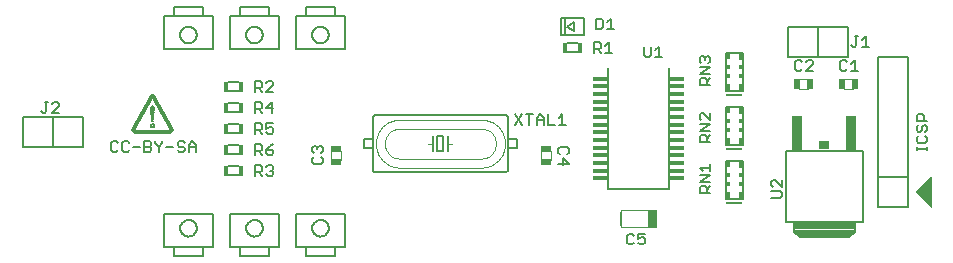
<source format=gto>
G75*
G70*
%OFA0B0*%
%FSLAX24Y24*%
%IPPOS*%
%LPD*%
%AMOC8*
5,1,8,0,0,1.08239X$1,22.5*
%
%ADD10C,0.0050*%
%ADD11R,0.0197X0.0374*%
%ADD12R,0.0197X0.0374*%
%ADD13C,0.0040*%
%ADD14C,0.0080*%
%ADD15R,0.0510X0.0140*%
%ADD16C,0.0020*%
%ADD17C,0.0060*%
%ADD18R,0.0374X0.0197*%
%ADD19R,0.0374X0.0197*%
%ADD20R,0.0079X0.0472*%
%ADD21R,0.0256X0.0591*%
%ADD22R,0.0160X0.0340*%
%ADD23C,0.0000*%
%ADD24C,0.0001*%
%ADD25R,0.0118X0.0236*%
%ADD26R,0.0118X0.0157*%
%ADD27R,0.0118X0.0197*%
%ADD28R,0.0551X0.0039*%
%ADD29R,0.0551X0.0079*%
%ADD30R,0.0039X0.0079*%
%ADD31R,0.0340X0.1140*%
%ADD32R,0.0340X0.0300*%
%ADD33C,0.0079*%
%ADD34R,0.0079X0.0551*%
%ADD35C,0.0120*%
D10*
X005334Y000431D02*
X005669Y000431D01*
X005669Y000136D01*
X006653Y000136D01*
X006653Y000431D01*
X006988Y000431D01*
X006988Y001533D01*
X005334Y001533D01*
X005334Y000431D01*
X005669Y000431D02*
X006653Y000431D01*
X007534Y000431D02*
X007869Y000431D01*
X007869Y000136D01*
X008853Y000136D01*
X008853Y000431D01*
X009188Y000431D01*
X009188Y001533D01*
X007534Y001533D01*
X007534Y000431D01*
X007869Y000431D02*
X008853Y000431D01*
X009734Y000431D02*
X010069Y000431D01*
X010069Y000136D01*
X011053Y000136D01*
X011053Y000431D01*
X011388Y000431D01*
X011388Y001533D01*
X009734Y001533D01*
X009734Y000431D01*
X010069Y000431D02*
X011053Y000431D01*
X010285Y001061D02*
X010287Y001094D01*
X010293Y001126D01*
X010302Y001157D01*
X010315Y001187D01*
X010332Y001215D01*
X010352Y001241D01*
X010375Y001265D01*
X010400Y001285D01*
X010428Y001303D01*
X010457Y001317D01*
X010488Y001327D01*
X010520Y001334D01*
X010553Y001337D01*
X010586Y001336D01*
X010618Y001331D01*
X010649Y001322D01*
X010680Y001310D01*
X010708Y001294D01*
X010735Y001275D01*
X010759Y001253D01*
X010780Y001228D01*
X010799Y001201D01*
X010814Y001172D01*
X010825Y001142D01*
X010833Y001110D01*
X010837Y001077D01*
X010837Y001045D01*
X010833Y001012D01*
X010825Y000980D01*
X010814Y000950D01*
X010799Y000921D01*
X010780Y000894D01*
X010759Y000869D01*
X010735Y000847D01*
X010708Y000828D01*
X010680Y000812D01*
X010649Y000800D01*
X010618Y000791D01*
X010586Y000786D01*
X010553Y000785D01*
X010520Y000788D01*
X010488Y000795D01*
X010457Y000805D01*
X010428Y000819D01*
X010400Y000837D01*
X010375Y000857D01*
X010352Y000881D01*
X010332Y000907D01*
X010315Y000935D01*
X010302Y000965D01*
X010293Y000996D01*
X010287Y001028D01*
X010285Y001061D01*
X008085Y001061D02*
X008087Y001094D01*
X008093Y001126D01*
X008102Y001157D01*
X008115Y001187D01*
X008132Y001215D01*
X008152Y001241D01*
X008175Y001265D01*
X008200Y001285D01*
X008228Y001303D01*
X008257Y001317D01*
X008288Y001327D01*
X008320Y001334D01*
X008353Y001337D01*
X008386Y001336D01*
X008418Y001331D01*
X008449Y001322D01*
X008480Y001310D01*
X008508Y001294D01*
X008535Y001275D01*
X008559Y001253D01*
X008580Y001228D01*
X008599Y001201D01*
X008614Y001172D01*
X008625Y001142D01*
X008633Y001110D01*
X008637Y001077D01*
X008637Y001045D01*
X008633Y001012D01*
X008625Y000980D01*
X008614Y000950D01*
X008599Y000921D01*
X008580Y000894D01*
X008559Y000869D01*
X008535Y000847D01*
X008508Y000828D01*
X008480Y000812D01*
X008449Y000800D01*
X008418Y000791D01*
X008386Y000786D01*
X008353Y000785D01*
X008320Y000788D01*
X008288Y000795D01*
X008257Y000805D01*
X008228Y000819D01*
X008200Y000837D01*
X008175Y000857D01*
X008152Y000881D01*
X008132Y000907D01*
X008115Y000935D01*
X008102Y000965D01*
X008093Y000996D01*
X008087Y001028D01*
X008085Y001061D01*
X005885Y001061D02*
X005887Y001094D01*
X005893Y001126D01*
X005902Y001157D01*
X005915Y001187D01*
X005932Y001215D01*
X005952Y001241D01*
X005975Y001265D01*
X006000Y001285D01*
X006028Y001303D01*
X006057Y001317D01*
X006088Y001327D01*
X006120Y001334D01*
X006153Y001337D01*
X006186Y001336D01*
X006218Y001331D01*
X006249Y001322D01*
X006280Y001310D01*
X006308Y001294D01*
X006335Y001275D01*
X006359Y001253D01*
X006380Y001228D01*
X006399Y001201D01*
X006414Y001172D01*
X006425Y001142D01*
X006433Y001110D01*
X006437Y001077D01*
X006437Y001045D01*
X006433Y001012D01*
X006425Y000980D01*
X006414Y000950D01*
X006399Y000921D01*
X006380Y000894D01*
X006359Y000869D01*
X006335Y000847D01*
X006308Y000828D01*
X006280Y000812D01*
X006249Y000800D01*
X006218Y000791D01*
X006186Y000786D01*
X006153Y000785D01*
X006120Y000788D01*
X006088Y000795D01*
X006057Y000805D01*
X006028Y000819D01*
X006000Y000837D01*
X005975Y000857D01*
X005952Y000881D01*
X005932Y000907D01*
X005915Y000935D01*
X005902Y000965D01*
X005893Y000996D01*
X005887Y001028D01*
X005885Y001061D01*
X008386Y002807D02*
X008386Y003157D01*
X008561Y003157D01*
X008620Y003099D01*
X008620Y002982D01*
X008561Y002924D01*
X008386Y002924D01*
X008503Y002924D02*
X008620Y002807D01*
X008755Y002866D02*
X008813Y002807D01*
X008930Y002807D01*
X008988Y002866D01*
X008988Y002924D01*
X008930Y002982D01*
X008871Y002982D01*
X008930Y002982D02*
X008988Y003041D01*
X008988Y003099D01*
X008930Y003157D01*
X008813Y003157D01*
X008755Y003099D01*
X008813Y003507D02*
X008930Y003507D01*
X008988Y003566D01*
X008988Y003624D01*
X008930Y003682D01*
X008755Y003682D01*
X008755Y003566D01*
X008813Y003507D01*
X008620Y003507D02*
X008503Y003624D01*
X008561Y003624D02*
X008386Y003624D01*
X008386Y003507D02*
X008386Y003857D01*
X008561Y003857D01*
X008620Y003799D01*
X008620Y003682D01*
X008561Y003624D01*
X008755Y003682D02*
X008871Y003799D01*
X008988Y003857D01*
X008930Y004207D02*
X008813Y004207D01*
X008755Y004266D01*
X008755Y004382D02*
X008871Y004441D01*
X008930Y004441D01*
X008988Y004382D01*
X008988Y004266D01*
X008930Y004207D01*
X008620Y004207D02*
X008503Y004324D01*
X008561Y004324D02*
X008386Y004324D01*
X008386Y004207D02*
X008386Y004557D01*
X008561Y004557D01*
X008620Y004499D01*
X008620Y004382D01*
X008561Y004324D01*
X008755Y004382D02*
X008755Y004557D01*
X008988Y004557D01*
X008930Y004907D02*
X008930Y005257D01*
X008755Y005082D01*
X008988Y005082D01*
X008620Y005082D02*
X008620Y005199D01*
X008561Y005257D01*
X008386Y005257D01*
X008386Y004907D01*
X008386Y005024D02*
X008561Y005024D01*
X008620Y005082D01*
X008503Y005024D02*
X008620Y004907D01*
X008620Y005607D02*
X008503Y005724D01*
X008561Y005724D02*
X008386Y005724D01*
X008386Y005607D02*
X008386Y005957D01*
X008561Y005957D01*
X008620Y005899D01*
X008620Y005782D01*
X008561Y005724D01*
X008755Y005607D02*
X008988Y005841D01*
X008988Y005899D01*
X008930Y005957D01*
X008813Y005957D01*
X008755Y005899D01*
X008755Y005607D02*
X008988Y005607D01*
X009188Y007031D02*
X007534Y007031D01*
X007534Y008133D01*
X007869Y008133D01*
X007869Y008429D01*
X008853Y008429D01*
X008853Y008133D01*
X007869Y008133D01*
X006988Y008133D02*
X006653Y008133D01*
X006653Y008429D01*
X005669Y008429D01*
X005669Y008133D01*
X005334Y008133D01*
X005334Y007031D01*
X006988Y007031D01*
X006988Y008133D01*
X006653Y008133D02*
X005669Y008133D01*
X005885Y007503D02*
X005887Y007536D01*
X005893Y007568D01*
X005902Y007599D01*
X005915Y007629D01*
X005932Y007657D01*
X005952Y007683D01*
X005975Y007707D01*
X006000Y007727D01*
X006028Y007745D01*
X006057Y007759D01*
X006088Y007769D01*
X006120Y007776D01*
X006153Y007779D01*
X006186Y007778D01*
X006218Y007773D01*
X006249Y007764D01*
X006280Y007752D01*
X006308Y007736D01*
X006335Y007717D01*
X006359Y007695D01*
X006380Y007670D01*
X006399Y007643D01*
X006414Y007614D01*
X006425Y007584D01*
X006433Y007552D01*
X006437Y007519D01*
X006437Y007487D01*
X006433Y007454D01*
X006425Y007422D01*
X006414Y007392D01*
X006399Y007363D01*
X006380Y007336D01*
X006359Y007311D01*
X006335Y007289D01*
X006308Y007270D01*
X006280Y007254D01*
X006249Y007242D01*
X006218Y007233D01*
X006186Y007228D01*
X006153Y007227D01*
X006120Y007230D01*
X006088Y007237D01*
X006057Y007247D01*
X006028Y007261D01*
X006000Y007279D01*
X005975Y007299D01*
X005952Y007323D01*
X005932Y007349D01*
X005915Y007377D01*
X005902Y007407D01*
X005893Y007438D01*
X005887Y007470D01*
X005885Y007503D01*
X008085Y007503D02*
X008087Y007536D01*
X008093Y007568D01*
X008102Y007599D01*
X008115Y007629D01*
X008132Y007657D01*
X008152Y007683D01*
X008175Y007707D01*
X008200Y007727D01*
X008228Y007745D01*
X008257Y007759D01*
X008288Y007769D01*
X008320Y007776D01*
X008353Y007779D01*
X008386Y007778D01*
X008418Y007773D01*
X008449Y007764D01*
X008480Y007752D01*
X008508Y007736D01*
X008535Y007717D01*
X008559Y007695D01*
X008580Y007670D01*
X008599Y007643D01*
X008614Y007614D01*
X008625Y007584D01*
X008633Y007552D01*
X008637Y007519D01*
X008637Y007487D01*
X008633Y007454D01*
X008625Y007422D01*
X008614Y007392D01*
X008599Y007363D01*
X008580Y007336D01*
X008559Y007311D01*
X008535Y007289D01*
X008508Y007270D01*
X008480Y007254D01*
X008449Y007242D01*
X008418Y007233D01*
X008386Y007228D01*
X008353Y007227D01*
X008320Y007230D01*
X008288Y007237D01*
X008257Y007247D01*
X008228Y007261D01*
X008200Y007279D01*
X008175Y007299D01*
X008152Y007323D01*
X008132Y007349D01*
X008115Y007377D01*
X008102Y007407D01*
X008093Y007438D01*
X008087Y007470D01*
X008085Y007503D01*
X009188Y007031D02*
X009188Y008133D01*
X008853Y008133D01*
X009734Y008133D02*
X009734Y007031D01*
X011388Y007031D01*
X011388Y008133D01*
X011053Y008133D01*
X011053Y008429D01*
X010069Y008429D01*
X010069Y008133D01*
X009734Y008133D01*
X010069Y008133D02*
X011053Y008133D01*
X010285Y007503D02*
X010287Y007536D01*
X010293Y007568D01*
X010302Y007599D01*
X010315Y007629D01*
X010332Y007657D01*
X010352Y007683D01*
X010375Y007707D01*
X010400Y007727D01*
X010428Y007745D01*
X010457Y007759D01*
X010488Y007769D01*
X010520Y007776D01*
X010553Y007779D01*
X010586Y007778D01*
X010618Y007773D01*
X010649Y007764D01*
X010680Y007752D01*
X010708Y007736D01*
X010735Y007717D01*
X010759Y007695D01*
X010780Y007670D01*
X010799Y007643D01*
X010814Y007614D01*
X010825Y007584D01*
X010833Y007552D01*
X010837Y007519D01*
X010837Y007487D01*
X010833Y007454D01*
X010825Y007422D01*
X010814Y007392D01*
X010799Y007363D01*
X010780Y007336D01*
X010759Y007311D01*
X010735Y007289D01*
X010708Y007270D01*
X010680Y007254D01*
X010649Y007242D01*
X010618Y007233D01*
X010586Y007228D01*
X010553Y007227D01*
X010520Y007230D01*
X010488Y007237D01*
X010457Y007247D01*
X010428Y007261D01*
X010400Y007279D01*
X010375Y007299D01*
X010352Y007323D01*
X010332Y007349D01*
X010315Y007377D01*
X010302Y007407D01*
X010293Y007438D01*
X010287Y007470D01*
X010285Y007503D01*
X005010Y005073D02*
X004961Y004630D01*
X004912Y005073D01*
X005010Y005073D01*
X005007Y005039D02*
X004916Y005039D01*
X004921Y004991D02*
X005001Y004991D01*
X004996Y004942D02*
X004927Y004942D01*
X004932Y004894D02*
X004991Y004894D01*
X004985Y004845D02*
X004937Y004845D01*
X004943Y004797D02*
X004980Y004797D01*
X004974Y004748D02*
X004948Y004748D01*
X004954Y004700D02*
X004969Y004700D01*
X004964Y004651D02*
X004959Y004651D01*
X004912Y004482D02*
X004914Y004495D01*
X004919Y004507D01*
X004928Y004518D01*
X004938Y004526D01*
X004951Y004530D01*
X004964Y004531D01*
X004977Y004528D01*
X004989Y004522D01*
X004999Y004513D01*
X005006Y004502D01*
X005010Y004489D01*
X005010Y004475D01*
X005006Y004462D01*
X004999Y004451D01*
X004989Y004442D01*
X004977Y004436D01*
X004964Y004433D01*
X004951Y004434D01*
X004938Y004438D01*
X004928Y004446D01*
X004919Y004457D01*
X004914Y004469D01*
X004912Y004482D01*
X004866Y003957D02*
X004691Y003957D01*
X004691Y003607D01*
X004866Y003607D01*
X004925Y003666D01*
X004925Y003724D01*
X004866Y003782D01*
X004691Y003782D01*
X004556Y003782D02*
X004323Y003782D01*
X004188Y003666D02*
X004130Y003607D01*
X004013Y003607D01*
X003955Y003666D01*
X003955Y003899D01*
X004013Y003957D01*
X004130Y003957D01*
X004188Y003899D01*
X003820Y003899D02*
X003761Y003957D01*
X003645Y003957D01*
X003586Y003899D01*
X003586Y003666D01*
X003645Y003607D01*
X003761Y003607D01*
X003820Y003666D01*
X004866Y003782D02*
X004925Y003841D01*
X004925Y003899D01*
X004866Y003957D01*
X005059Y003957D02*
X005059Y003899D01*
X005176Y003782D01*
X005176Y003607D01*
X005176Y003782D02*
X005293Y003899D01*
X005293Y003957D01*
X005428Y003782D02*
X005661Y003782D01*
X005796Y003841D02*
X005796Y003899D01*
X005854Y003957D01*
X005971Y003957D01*
X006030Y003899D01*
X005971Y003782D02*
X006030Y003724D01*
X006030Y003666D01*
X005971Y003607D01*
X005854Y003607D01*
X005796Y003666D01*
X005854Y003782D02*
X005971Y003782D01*
X005854Y003782D02*
X005796Y003841D01*
X006164Y003841D02*
X006281Y003957D01*
X006398Y003841D01*
X006398Y003607D01*
X006164Y003607D02*
X006164Y003841D01*
X006164Y003782D02*
X006398Y003782D01*
X005010Y005073D02*
X005008Y005086D01*
X005003Y005097D01*
X004996Y005108D01*
X004986Y005115D01*
X004974Y005120D01*
X004961Y005122D01*
X004948Y005120D01*
X004937Y005115D01*
X004926Y005108D01*
X004919Y005097D01*
X004914Y005086D01*
X004912Y005073D01*
X002661Y004782D02*
X002661Y003782D01*
X001661Y003782D01*
X001661Y004782D01*
X002661Y004782D01*
X001851Y004907D02*
X001618Y004907D01*
X001851Y005141D01*
X001851Y005199D01*
X001793Y005257D01*
X001676Y005257D01*
X001618Y005199D01*
X001483Y005257D02*
X001366Y005257D01*
X001425Y005257D02*
X001425Y004966D01*
X001366Y004907D01*
X001308Y004907D01*
X001250Y004966D01*
X001661Y004782D02*
X000661Y004782D01*
X000661Y003782D01*
X001661Y003782D01*
X010286Y003751D02*
X010286Y003634D01*
X010344Y003576D01*
X010344Y003441D02*
X010286Y003382D01*
X010286Y003266D01*
X010344Y003207D01*
X010578Y003207D01*
X010636Y003266D01*
X010636Y003382D01*
X010578Y003441D01*
X010578Y003576D02*
X010636Y003634D01*
X010636Y003751D01*
X010578Y003809D01*
X010520Y003809D01*
X010461Y003751D01*
X010461Y003692D01*
X010461Y003751D02*
X010403Y003809D01*
X010344Y003809D01*
X010286Y003751D01*
X017036Y004507D02*
X017270Y004857D01*
X017405Y004857D02*
X017638Y004857D01*
X017521Y004857D02*
X017521Y004507D01*
X017270Y004507D02*
X017036Y004857D01*
X017773Y004741D02*
X017890Y004857D01*
X018006Y004741D01*
X018006Y004507D01*
X018141Y004507D02*
X018375Y004507D01*
X018509Y004507D02*
X018743Y004507D01*
X018626Y004507D02*
X018626Y004857D01*
X018509Y004741D01*
X018141Y004857D02*
X018141Y004507D01*
X018006Y004682D02*
X017773Y004682D01*
X017773Y004741D02*
X017773Y004507D01*
X018545Y003757D02*
X018486Y003699D01*
X018486Y003582D01*
X018545Y003524D01*
X018778Y003524D02*
X018837Y003582D01*
X018837Y003699D01*
X018778Y003757D01*
X018545Y003757D01*
X018661Y003389D02*
X018661Y003155D01*
X018486Y003214D02*
X018837Y003214D01*
X018661Y003389D01*
X023199Y003073D02*
X023549Y003073D01*
X023549Y002956D02*
X023549Y003190D01*
X023315Y002956D02*
X023199Y003073D01*
X023199Y002822D02*
X023549Y002822D01*
X023199Y002588D01*
X023549Y002588D01*
X023549Y002453D02*
X023432Y002337D01*
X023432Y002395D02*
X023432Y002220D01*
X023549Y002220D02*
X023199Y002220D01*
X023199Y002395D01*
X023257Y002453D01*
X023374Y002453D01*
X023432Y002395D01*
X025586Y002304D02*
X025878Y002304D01*
X025936Y002246D01*
X025936Y002129D01*
X025878Y002071D01*
X025586Y002071D01*
X025644Y002439D02*
X025586Y002497D01*
X025586Y002614D01*
X025644Y002672D01*
X025703Y002672D01*
X025936Y002439D01*
X025936Y002672D01*
X023549Y003920D02*
X023199Y003920D01*
X023199Y004095D01*
X023257Y004153D01*
X023374Y004153D01*
X023432Y004095D01*
X023432Y003920D01*
X023432Y004037D02*
X023549Y004153D01*
X023549Y004288D02*
X023199Y004288D01*
X023549Y004522D01*
X023199Y004522D01*
X023257Y004656D02*
X023199Y004715D01*
X023199Y004832D01*
X023257Y004890D01*
X023315Y004890D01*
X023549Y004656D01*
X023549Y004890D01*
X023549Y005820D02*
X023199Y005820D01*
X023199Y005995D01*
X023257Y006053D01*
X023374Y006053D01*
X023432Y005995D01*
X023432Y005820D01*
X023432Y005937D02*
X023549Y006053D01*
X023549Y006188D02*
X023199Y006188D01*
X023549Y006422D01*
X023199Y006422D01*
X023257Y006556D02*
X023199Y006615D01*
X023199Y006732D01*
X023257Y006790D01*
X023315Y006790D01*
X023374Y006732D01*
X023432Y006790D01*
X023491Y006790D01*
X023549Y006732D01*
X023549Y006615D01*
X023491Y006556D01*
X023374Y006673D02*
X023374Y006732D01*
X021953Y006763D02*
X021719Y006763D01*
X021836Y006763D02*
X021836Y007113D01*
X021719Y006997D01*
X021584Y007113D02*
X021584Y006821D01*
X021526Y006763D01*
X021409Y006763D01*
X021351Y006821D01*
X021351Y007113D01*
X020288Y006907D02*
X020055Y006907D01*
X020171Y006907D02*
X020171Y007257D01*
X020055Y007141D01*
X019920Y007199D02*
X019920Y007082D01*
X019861Y007024D01*
X019686Y007024D01*
X019686Y006907D02*
X019686Y007257D01*
X019861Y007257D01*
X019920Y007199D01*
X019803Y007024D02*
X019920Y006907D01*
X019928Y007701D02*
X019753Y007701D01*
X019753Y008051D01*
X019928Y008051D01*
X019987Y007993D01*
X019987Y007759D01*
X019928Y007701D01*
X020121Y007701D02*
X020355Y007701D01*
X020238Y007701D02*
X020238Y008051D01*
X020121Y007934D01*
X026161Y007782D02*
X026161Y006782D01*
X027161Y006782D01*
X027161Y007782D01*
X028161Y007782D01*
X028161Y006782D01*
X027161Y006782D01*
X026988Y006599D02*
X026930Y006657D01*
X026813Y006657D01*
X026755Y006599D01*
X026620Y006599D02*
X026561Y006657D01*
X026445Y006657D01*
X026386Y006599D01*
X026386Y006366D01*
X026445Y006307D01*
X026561Y006307D01*
X026620Y006366D01*
X026755Y006307D02*
X026988Y006541D01*
X026988Y006599D01*
X026988Y006307D02*
X026755Y006307D01*
X027886Y006366D02*
X027886Y006599D01*
X027945Y006657D01*
X028061Y006657D01*
X028120Y006599D01*
X028255Y006541D02*
X028371Y006657D01*
X028371Y006307D01*
X028255Y006307D02*
X028488Y006307D01*
X028120Y006366D02*
X028061Y006307D01*
X027945Y006307D01*
X027886Y006366D01*
X029161Y006782D02*
X030161Y006782D01*
X030161Y002782D01*
X029161Y002782D01*
X029161Y006782D01*
X028851Y007107D02*
X028618Y007107D01*
X028735Y007107D02*
X028735Y007457D01*
X028618Y007341D01*
X028483Y007457D02*
X028366Y007457D01*
X028425Y007457D02*
X028425Y007166D01*
X028366Y007107D01*
X028308Y007107D01*
X028250Y007166D01*
X027161Y007782D02*
X026161Y007782D01*
X030436Y004814D02*
X030494Y004872D01*
X030611Y004872D01*
X030670Y004814D01*
X030670Y004639D01*
X030786Y004639D02*
X030436Y004639D01*
X030436Y004814D01*
X030494Y004504D02*
X030436Y004446D01*
X030436Y004329D01*
X030494Y004271D01*
X030553Y004271D01*
X030611Y004329D01*
X030611Y004446D01*
X030670Y004504D01*
X030728Y004504D01*
X030786Y004446D01*
X030786Y004329D01*
X030728Y004271D01*
X030728Y004136D02*
X030786Y004077D01*
X030786Y003961D01*
X030728Y003902D01*
X030494Y003902D01*
X030436Y003961D01*
X030436Y004077D01*
X030494Y004136D01*
X030436Y003773D02*
X030436Y003657D01*
X030436Y003715D02*
X030786Y003715D01*
X030786Y003657D02*
X030786Y003773D01*
X030161Y002782D02*
X030161Y001782D01*
X029161Y001782D01*
X029161Y002782D01*
X021381Y000874D02*
X021148Y000874D01*
X021148Y000698D01*
X021265Y000757D01*
X021323Y000757D01*
X021381Y000698D01*
X021381Y000582D01*
X021323Y000523D01*
X021206Y000523D01*
X021148Y000582D01*
X021013Y000582D02*
X020955Y000523D01*
X020838Y000523D01*
X020780Y000582D01*
X020780Y000815D01*
X020838Y000874D01*
X020955Y000874D01*
X021013Y000815D01*
D11*
X026890Y005884D03*
X028390Y005884D03*
D12*
X027930Y005884D03*
X026430Y005884D03*
D13*
X026521Y005717D02*
X026801Y005717D01*
X026801Y006052D02*
X026521Y006052D01*
X028021Y006052D02*
X028301Y006052D01*
X028301Y005717D02*
X028021Y005717D01*
X018231Y003622D02*
X018231Y003342D01*
X017896Y003342D02*
X017896Y003622D01*
X020590Y001677D02*
X021732Y001677D01*
X021732Y001087D01*
X020590Y001087D01*
X020590Y001677D01*
X011231Y003342D02*
X011231Y003622D01*
X010896Y003622D02*
X010896Y003342D01*
D14*
X020138Y002374D02*
X022185Y002374D01*
X022185Y006390D01*
X024066Y006912D02*
X024066Y005652D01*
X024657Y005652D01*
X024657Y006912D01*
X024066Y006912D01*
X020138Y006390D02*
X020138Y002374D01*
X024066Y002052D02*
X024657Y002052D01*
X024657Y003312D01*
X024066Y003312D01*
X024066Y002052D01*
X026071Y001273D02*
X028651Y001272D01*
X028651Y003632D01*
X026071Y003632D01*
X026071Y001272D01*
X026351Y001232D02*
X028371Y001232D01*
X028371Y000952D01*
X028191Y000772D01*
X026531Y000772D01*
X026351Y000952D01*
X026351Y001232D01*
X024657Y003852D02*
X024066Y003852D01*
X024066Y005112D01*
X024657Y005112D01*
X024657Y003852D01*
D15*
X022456Y003742D03*
X022456Y003486D03*
X022456Y003231D03*
X022456Y002975D03*
X022456Y002719D03*
X019866Y002719D03*
X019866Y002975D03*
X019866Y003231D03*
X019866Y003486D03*
X019866Y003742D03*
X019866Y003998D03*
X019866Y004254D03*
X019866Y004510D03*
X019866Y004766D03*
X019866Y005022D03*
X019866Y005278D03*
X019866Y005534D03*
X019866Y005790D03*
X019866Y006046D03*
X022456Y006046D03*
X022456Y005790D03*
X022456Y005534D03*
X022456Y005278D03*
X022456Y005022D03*
X022456Y004766D03*
X022456Y004510D03*
X022456Y004254D03*
X022456Y003998D03*
D16*
X016572Y004332D02*
X016602Y004284D01*
X016629Y004235D01*
X016652Y004184D01*
X016671Y004131D01*
X016687Y004077D01*
X016699Y004022D01*
X016707Y003966D01*
X016711Y003910D01*
X016711Y003854D01*
X016707Y003798D01*
X016699Y003742D01*
X016687Y003687D01*
X016671Y003633D01*
X016652Y003580D01*
X016629Y003529D01*
X016602Y003480D01*
X016572Y003432D01*
X015911Y003382D02*
X013211Y003382D01*
X013211Y003082D02*
X015911Y003082D01*
X015911Y003382D02*
X015949Y003383D01*
X015986Y003388D01*
X016023Y003395D01*
X016059Y003404D01*
X016095Y003417D01*
X016129Y003432D01*
X016129Y004332D02*
X016095Y004347D01*
X016059Y004360D01*
X016023Y004369D01*
X015986Y004376D01*
X015949Y004381D01*
X015911Y004382D01*
X013211Y004382D01*
X013211Y004682D02*
X015911Y004682D01*
X016129Y004332D02*
X016167Y004312D01*
X016203Y004288D01*
X016237Y004261D01*
X016268Y004232D01*
X016297Y004200D01*
X016323Y004166D01*
X016346Y004129D01*
X016365Y004091D01*
X016382Y004051D01*
X016394Y004010D01*
X016404Y003968D01*
X016409Y003925D01*
X016411Y003882D01*
X016409Y003839D01*
X016404Y003796D01*
X016394Y003754D01*
X016382Y003713D01*
X016365Y003673D01*
X016346Y003635D01*
X016323Y003598D01*
X016297Y003564D01*
X016268Y003532D01*
X016237Y003503D01*
X016203Y003476D01*
X016167Y003452D01*
X016129Y003432D01*
X016572Y004332D02*
X016540Y004377D01*
X016504Y004419D01*
X016465Y004459D01*
X016423Y004496D01*
X016380Y004530D01*
X016333Y004561D01*
X016285Y004589D01*
X016235Y004613D01*
X016184Y004634D01*
X016131Y004651D01*
X016077Y004665D01*
X016022Y004674D01*
X015967Y004680D01*
X015911Y004682D01*
X016572Y003432D02*
X016540Y003387D01*
X016504Y003345D01*
X016465Y003305D01*
X016424Y003268D01*
X016380Y003234D01*
X016333Y003203D01*
X016285Y003175D01*
X016235Y003151D01*
X016184Y003130D01*
X016131Y003113D01*
X016077Y003099D01*
X016022Y003090D01*
X015967Y003084D01*
X015911Y003082D01*
X014961Y003882D02*
X014811Y003882D01*
X014311Y003882D02*
X014161Y003882D01*
X013211Y004682D02*
X013155Y004680D01*
X013100Y004674D01*
X013045Y004665D01*
X012991Y004651D01*
X012938Y004634D01*
X012887Y004613D01*
X012837Y004589D01*
X012789Y004561D01*
X012742Y004530D01*
X012698Y004496D01*
X012657Y004459D01*
X012618Y004419D01*
X012582Y004377D01*
X012550Y004332D01*
X012520Y004284D01*
X012493Y004235D01*
X012470Y004184D01*
X012451Y004131D01*
X012435Y004077D01*
X012423Y004022D01*
X012415Y003966D01*
X012411Y003910D01*
X012411Y003854D01*
X012415Y003798D01*
X012423Y003742D01*
X012435Y003687D01*
X012451Y003633D01*
X012470Y003580D01*
X012493Y003529D01*
X012520Y003480D01*
X012550Y003432D01*
X012993Y003432D02*
X012955Y003452D01*
X012919Y003476D01*
X012885Y003503D01*
X012854Y003532D01*
X012825Y003564D01*
X012799Y003598D01*
X012776Y003635D01*
X012757Y003673D01*
X012740Y003713D01*
X012728Y003754D01*
X012718Y003796D01*
X012713Y003839D01*
X012711Y003882D01*
X012713Y003925D01*
X012718Y003968D01*
X012728Y004010D01*
X012740Y004051D01*
X012757Y004091D01*
X012776Y004129D01*
X012799Y004166D01*
X012825Y004200D01*
X012854Y004232D01*
X012885Y004261D01*
X012919Y004288D01*
X012955Y004312D01*
X012993Y004332D01*
X012993Y003432D02*
X013027Y003417D01*
X013063Y003404D01*
X013099Y003395D01*
X013136Y003388D01*
X013173Y003383D01*
X013211Y003382D01*
X012993Y004332D02*
X013027Y004347D01*
X013063Y004360D01*
X013099Y004369D01*
X013136Y004376D01*
X013173Y004381D01*
X013211Y004382D01*
X012550Y003432D02*
X012582Y003387D01*
X012618Y003345D01*
X012657Y003305D01*
X012699Y003268D01*
X012742Y003234D01*
X012789Y003203D01*
X012837Y003175D01*
X012887Y003151D01*
X012938Y003130D01*
X012991Y003113D01*
X013045Y003099D01*
X013100Y003090D01*
X013155Y003084D01*
X013211Y003082D01*
D17*
X012411Y002932D02*
X012394Y002934D01*
X012377Y002938D01*
X012361Y002945D01*
X012347Y002955D01*
X012334Y002968D01*
X012324Y002982D01*
X012317Y002998D01*
X012313Y003015D01*
X012311Y003032D01*
X012311Y003432D01*
X012311Y004332D01*
X012311Y004732D01*
X012313Y004749D01*
X012317Y004766D01*
X012324Y004782D01*
X012334Y004796D01*
X012347Y004809D01*
X012361Y004819D01*
X012377Y004826D01*
X012394Y004830D01*
X012411Y004832D01*
X016711Y004832D01*
X016728Y004830D01*
X016745Y004826D01*
X016761Y004819D01*
X016775Y004809D01*
X016788Y004796D01*
X016798Y004782D01*
X016805Y004766D01*
X016809Y004749D01*
X016811Y004732D01*
X016811Y004332D01*
X016811Y004032D01*
X017111Y004032D01*
X017111Y003732D01*
X016811Y003732D01*
X016811Y003432D01*
X016811Y003032D01*
X016809Y003015D01*
X016805Y002998D01*
X016798Y002982D01*
X016788Y002968D01*
X016775Y002955D01*
X016761Y002945D01*
X016745Y002938D01*
X016728Y002934D01*
X016711Y002932D01*
X012411Y002932D01*
X012311Y003732D02*
X012011Y003732D01*
X012011Y004032D01*
X012311Y004032D01*
X014311Y004132D02*
X014311Y003882D01*
X014311Y003632D01*
X014461Y003632D02*
X014661Y003632D01*
X014661Y004132D01*
X014461Y004132D01*
X014461Y003632D01*
X014811Y003632D02*
X014811Y003882D01*
X014811Y004132D01*
X016811Y004032D02*
X016811Y003732D01*
X018791Y006942D02*
X019131Y006942D01*
X019131Y007222D02*
X018791Y007222D01*
X018568Y007507D02*
X018568Y008058D01*
X019355Y008058D01*
X019355Y007507D01*
X018568Y007507D01*
X018764Y007782D02*
X019001Y007625D01*
X019001Y007940D01*
X018764Y007782D01*
X007831Y005922D02*
X007491Y005922D01*
X007491Y005642D02*
X007831Y005642D01*
X007831Y005222D02*
X007491Y005222D01*
X007491Y004942D02*
X007831Y004942D01*
X007831Y004522D02*
X007491Y004522D01*
X007491Y004242D02*
X007831Y004242D01*
X007831Y003822D02*
X007491Y003822D01*
X007491Y003542D02*
X007831Y003542D01*
X007831Y003122D02*
X007491Y003122D01*
X007491Y002842D02*
X007831Y002842D01*
D18*
X011063Y003254D03*
X018063Y003254D03*
D19*
X018063Y003714D03*
X011063Y003714D03*
D20*
X020571Y001382D03*
X021752Y001382D03*
D21*
X021604Y001382D03*
D22*
X007911Y002982D03*
X007411Y002982D03*
X007411Y003682D03*
X007911Y003682D03*
X007911Y004382D03*
X007411Y004382D03*
X007411Y005082D03*
X007911Y005082D03*
X007911Y005782D03*
X007411Y005782D03*
X018711Y007082D03*
X019211Y007082D03*
D23*
X030411Y002282D02*
X030911Y002782D01*
X030911Y001782D01*
X030411Y002282D01*
D24*
X030412Y002283D02*
X030911Y002283D01*
X030413Y002283D01*
X030413Y002284D02*
X030911Y002284D01*
X030911Y002285D02*
X030414Y002285D01*
X030415Y002286D02*
X030911Y002286D01*
X030911Y002287D02*
X030416Y002287D01*
X030417Y002288D02*
X030911Y002288D01*
X030911Y002289D02*
X030418Y002289D01*
X030419Y002290D02*
X030911Y002290D01*
X030911Y002291D02*
X030420Y002291D01*
X030421Y002292D02*
X030911Y002292D01*
X030911Y002293D02*
X030422Y002293D01*
X030423Y002294D02*
X030911Y002294D01*
X030911Y002295D02*
X030424Y002295D01*
X030425Y002296D02*
X030911Y002296D01*
X030911Y002297D02*
X030426Y002297D01*
X030427Y002298D02*
X030911Y002298D01*
X030911Y002299D02*
X030428Y002299D01*
X030429Y002300D02*
X030911Y002300D01*
X030430Y002300D01*
X030430Y002301D02*
X030911Y002301D01*
X030911Y002302D02*
X030431Y002302D01*
X030432Y002303D02*
X030911Y002303D01*
X030911Y002304D02*
X030433Y002304D01*
X030434Y002305D02*
X030911Y002305D01*
X030911Y002306D02*
X030435Y002306D01*
X030436Y002307D02*
X030911Y002307D01*
X030911Y002308D02*
X030437Y002308D01*
X030438Y002309D02*
X030911Y002309D01*
X030911Y002310D02*
X030439Y002310D01*
X030440Y002311D02*
X030911Y002311D01*
X030911Y002312D02*
X030441Y002312D01*
X030442Y002313D02*
X030911Y002313D01*
X030911Y002314D02*
X030443Y002314D01*
X030444Y002315D02*
X030911Y002315D01*
X030911Y002316D02*
X030445Y002316D01*
X030446Y002317D02*
X030911Y002317D01*
X030447Y002317D01*
X030447Y002318D02*
X030911Y002318D01*
X030911Y002319D02*
X030448Y002319D01*
X030449Y002320D02*
X030911Y002320D01*
X030911Y002321D02*
X030450Y002321D01*
X030451Y002322D02*
X030911Y002322D01*
X030911Y002323D02*
X030452Y002323D01*
X030453Y002324D02*
X030911Y002324D01*
X030911Y002325D02*
X030454Y002325D01*
X030455Y002326D02*
X030911Y002326D01*
X030911Y002327D02*
X030456Y002327D01*
X030457Y002328D02*
X030911Y002328D01*
X030911Y002329D02*
X030458Y002329D01*
X030459Y002330D02*
X030911Y002330D01*
X030911Y002331D02*
X030460Y002331D01*
X030461Y002332D02*
X030911Y002332D01*
X030911Y002333D02*
X030462Y002333D01*
X030463Y002334D02*
X030911Y002334D01*
X030464Y002334D01*
X030464Y002335D02*
X030911Y002335D01*
X030911Y002336D02*
X030465Y002336D01*
X030466Y002337D02*
X030911Y002337D01*
X030911Y002338D02*
X030467Y002338D01*
X030468Y002339D02*
X030911Y002339D01*
X030911Y002340D02*
X030469Y002340D01*
X030470Y002341D02*
X030911Y002341D01*
X030911Y002342D02*
X030471Y002342D01*
X030472Y002343D02*
X030911Y002343D01*
X030911Y002344D02*
X030473Y002344D01*
X030474Y002345D02*
X030911Y002345D01*
X030911Y002346D02*
X030475Y002346D01*
X030476Y002347D02*
X030911Y002347D01*
X030911Y002348D02*
X030477Y002348D01*
X030478Y002349D02*
X030911Y002349D01*
X030911Y002350D02*
X030479Y002350D01*
X030480Y002351D02*
X030911Y002351D01*
X030481Y002351D01*
X030481Y002352D02*
X030911Y002352D01*
X030911Y002353D02*
X030482Y002353D01*
X030483Y002354D02*
X030911Y002354D01*
X030911Y002355D02*
X030484Y002355D01*
X030485Y002356D02*
X030911Y002356D01*
X030911Y002357D02*
X030486Y002357D01*
X030487Y002358D02*
X030911Y002358D01*
X030911Y002359D02*
X030488Y002359D01*
X030489Y002360D02*
X030911Y002360D01*
X030911Y002361D02*
X030490Y002361D01*
X030491Y002362D02*
X030911Y002362D01*
X030911Y002363D02*
X030492Y002363D01*
X030493Y002364D02*
X030911Y002364D01*
X030911Y002365D02*
X030494Y002365D01*
X030495Y002366D02*
X030911Y002366D01*
X030911Y002367D02*
X030496Y002367D01*
X030497Y002368D02*
X030911Y002368D01*
X030911Y002369D02*
X030498Y002369D01*
X030499Y002369D02*
X030911Y002369D01*
X030911Y002370D02*
X030499Y002370D01*
X030500Y002371D02*
X030911Y002371D01*
X030911Y002372D02*
X030501Y002372D01*
X030502Y002373D02*
X030911Y002373D01*
X030911Y002374D02*
X030503Y002374D01*
X030504Y002375D02*
X030911Y002375D01*
X030911Y002376D02*
X030505Y002376D01*
X030506Y002377D02*
X030911Y002377D01*
X030911Y002378D02*
X030507Y002378D01*
X030508Y002379D02*
X030911Y002379D01*
X030911Y002380D02*
X030509Y002380D01*
X030510Y002381D02*
X030911Y002381D01*
X030911Y002382D02*
X030511Y002382D01*
X030512Y002383D02*
X030911Y002383D01*
X030911Y002384D02*
X030513Y002384D01*
X030514Y002385D02*
X030911Y002385D01*
X030911Y002386D02*
X030515Y002386D01*
X030516Y002386D02*
X030911Y002386D01*
X030911Y002387D02*
X030516Y002387D01*
X030517Y002388D02*
X030911Y002388D01*
X030911Y002389D02*
X030518Y002389D01*
X030519Y002390D02*
X030911Y002390D01*
X030911Y002391D02*
X030520Y002391D01*
X030521Y002392D02*
X030911Y002392D01*
X030911Y002393D02*
X030522Y002393D01*
X030523Y002394D02*
X030911Y002394D01*
X030911Y002395D02*
X030524Y002395D01*
X030525Y002396D02*
X030911Y002396D01*
X030911Y002397D02*
X030526Y002397D01*
X030527Y002398D02*
X030911Y002398D01*
X030911Y002399D02*
X030528Y002399D01*
X030529Y002400D02*
X030911Y002400D01*
X030911Y002401D02*
X030530Y002401D01*
X030531Y002402D02*
X030911Y002402D01*
X030911Y002403D02*
X030532Y002403D01*
X030533Y002403D02*
X030911Y002403D01*
X030911Y002404D02*
X030533Y002404D01*
X030534Y002405D02*
X030911Y002405D01*
X030911Y002406D02*
X030535Y002406D01*
X030536Y002407D02*
X030911Y002407D01*
X030911Y002408D02*
X030537Y002408D01*
X030538Y002409D02*
X030911Y002409D01*
X030911Y002410D02*
X030539Y002410D01*
X030540Y002411D02*
X030911Y002411D01*
X030911Y002412D02*
X030541Y002412D01*
X030542Y002413D02*
X030911Y002413D01*
X030911Y002414D02*
X030543Y002414D01*
X030544Y002415D02*
X030911Y002415D01*
X030911Y002416D02*
X030545Y002416D01*
X030546Y002417D02*
X030911Y002417D01*
X030911Y002418D02*
X030547Y002418D01*
X030548Y002419D02*
X030911Y002419D01*
X030911Y002420D02*
X030549Y002420D01*
X030550Y002420D02*
X030911Y002420D01*
X030911Y002421D02*
X030550Y002421D01*
X030551Y002422D02*
X030911Y002422D01*
X030911Y002423D02*
X030552Y002423D01*
X030553Y002424D02*
X030911Y002424D01*
X030911Y002425D02*
X030554Y002425D01*
X030555Y002426D02*
X030911Y002426D01*
X030911Y002427D02*
X030556Y002427D01*
X030557Y002428D02*
X030911Y002428D01*
X030911Y002429D02*
X030558Y002429D01*
X030559Y002430D02*
X030911Y002430D01*
X030911Y002431D02*
X030560Y002431D01*
X030561Y002432D02*
X030911Y002432D01*
X030911Y002433D02*
X030562Y002433D01*
X030563Y002434D02*
X030911Y002434D01*
X030911Y002435D02*
X030564Y002435D01*
X030565Y002436D02*
X030911Y002436D01*
X030911Y002437D02*
X030566Y002437D01*
X030567Y002437D02*
X030911Y002437D01*
X030911Y002438D02*
X030567Y002438D01*
X030568Y002439D02*
X030911Y002439D01*
X030911Y002440D02*
X030569Y002440D01*
X030570Y002441D02*
X030911Y002441D01*
X030911Y002442D02*
X030571Y002442D01*
X030572Y002443D02*
X030911Y002443D01*
X030911Y002444D02*
X030573Y002444D01*
X030574Y002445D02*
X030911Y002445D01*
X030911Y002446D02*
X030575Y002446D01*
X030576Y002447D02*
X030911Y002447D01*
X030911Y002448D02*
X030577Y002448D01*
X030578Y002449D02*
X030911Y002449D01*
X030911Y002450D02*
X030579Y002450D01*
X030580Y002451D02*
X030911Y002451D01*
X030911Y002452D02*
X030581Y002452D01*
X030582Y002453D02*
X030911Y002453D01*
X030911Y002454D02*
X030583Y002454D01*
X030584Y002454D02*
X030911Y002454D01*
X030911Y002455D02*
X030584Y002455D01*
X030585Y002456D02*
X030911Y002456D01*
X030911Y002457D02*
X030586Y002457D01*
X030587Y002458D02*
X030911Y002458D01*
X030911Y002459D02*
X030588Y002459D01*
X030589Y002460D02*
X030911Y002460D01*
X030911Y002461D02*
X030590Y002461D01*
X030591Y002462D02*
X030911Y002462D01*
X030911Y002463D02*
X030592Y002463D01*
X030593Y002464D02*
X030911Y002464D01*
X030911Y002465D02*
X030594Y002465D01*
X030595Y002466D02*
X030911Y002466D01*
X030911Y002467D02*
X030596Y002467D01*
X030597Y002468D02*
X030911Y002468D01*
X030911Y002469D02*
X030598Y002469D01*
X030599Y002470D02*
X030911Y002470D01*
X030911Y002471D02*
X030600Y002471D01*
X030601Y002471D02*
X030911Y002471D01*
X030911Y002472D02*
X030601Y002472D01*
X030602Y002473D02*
X030911Y002473D01*
X030911Y002474D02*
X030603Y002474D01*
X030604Y002475D02*
X030911Y002475D01*
X030911Y002476D02*
X030605Y002476D01*
X030606Y002477D02*
X030911Y002477D01*
X030911Y002478D02*
X030607Y002478D01*
X030608Y002479D02*
X030911Y002479D01*
X030911Y002480D02*
X030609Y002480D01*
X030610Y002481D02*
X030911Y002481D01*
X030911Y002482D02*
X030611Y002482D01*
X030612Y002483D02*
X030911Y002483D01*
X030911Y002484D02*
X030613Y002484D01*
X030614Y002485D02*
X030911Y002485D01*
X030911Y002486D02*
X030615Y002486D01*
X030616Y002487D02*
X030911Y002487D01*
X030911Y002488D02*
X030617Y002488D01*
X030618Y002489D02*
X030911Y002489D01*
X030619Y002489D01*
X030619Y002490D02*
X030911Y002490D01*
X030911Y002491D02*
X030620Y002491D01*
X030621Y002492D02*
X030911Y002492D01*
X030911Y002493D02*
X030622Y002493D01*
X030623Y002494D02*
X030911Y002494D01*
X030911Y002495D02*
X030624Y002495D01*
X030625Y002496D02*
X030911Y002496D01*
X030911Y002497D02*
X030626Y002497D01*
X030627Y002498D02*
X030911Y002498D01*
X030911Y002499D02*
X030628Y002499D01*
X030629Y002500D02*
X030911Y002500D01*
X030911Y002501D02*
X030630Y002501D01*
X030631Y002502D02*
X030911Y002502D01*
X030911Y002503D02*
X030632Y002503D01*
X030633Y002504D02*
X030911Y002504D01*
X030911Y002505D02*
X030634Y002505D01*
X030635Y002506D02*
X030911Y002506D01*
X030636Y002506D01*
X030636Y002507D02*
X030911Y002507D01*
X030911Y002508D02*
X030637Y002508D01*
X030638Y002509D02*
X030911Y002509D01*
X030911Y002510D02*
X030639Y002510D01*
X030640Y002511D02*
X030911Y002511D01*
X030911Y002512D02*
X030641Y002512D01*
X030642Y002513D02*
X030911Y002513D01*
X030911Y002514D02*
X030643Y002514D01*
X030644Y002515D02*
X030911Y002515D01*
X030911Y002516D02*
X030645Y002516D01*
X030646Y002517D02*
X030911Y002517D01*
X030911Y002518D02*
X030647Y002518D01*
X030648Y002519D02*
X030911Y002519D01*
X030911Y002520D02*
X030649Y002520D01*
X030650Y002521D02*
X030911Y002521D01*
X030911Y002522D02*
X030651Y002522D01*
X030652Y002523D02*
X030911Y002523D01*
X030653Y002523D01*
X030653Y002524D02*
X030911Y002524D01*
X030911Y002525D02*
X030654Y002525D01*
X030655Y002526D02*
X030911Y002526D01*
X030911Y002527D02*
X030656Y002527D01*
X030657Y002528D02*
X030911Y002528D01*
X030911Y002529D02*
X030658Y002529D01*
X030659Y002530D02*
X030911Y002530D01*
X030911Y002531D02*
X030660Y002531D01*
X030661Y002532D02*
X030911Y002532D01*
X030911Y002533D02*
X030662Y002533D01*
X030663Y002534D02*
X030911Y002534D01*
X030911Y002535D02*
X030664Y002535D01*
X030665Y002536D02*
X030911Y002536D01*
X030911Y002537D02*
X030666Y002537D01*
X030667Y002538D02*
X030911Y002538D01*
X030911Y002539D02*
X030668Y002539D01*
X030669Y002540D02*
X030911Y002540D01*
X030670Y002540D01*
X030670Y002541D02*
X030911Y002541D01*
X030911Y002542D02*
X030671Y002542D01*
X030672Y002543D02*
X030911Y002543D01*
X030911Y002544D02*
X030673Y002544D01*
X030674Y002545D02*
X030911Y002545D01*
X030911Y002546D02*
X030675Y002546D01*
X030676Y002547D02*
X030911Y002547D01*
X030911Y002548D02*
X030677Y002548D01*
X030678Y002549D02*
X030911Y002549D01*
X030911Y002550D02*
X030679Y002550D01*
X030680Y002551D02*
X030911Y002551D01*
X030911Y002552D02*
X030681Y002552D01*
X030682Y002553D02*
X030911Y002553D01*
X030911Y002554D02*
X030683Y002554D01*
X030684Y002555D02*
X030911Y002555D01*
X030911Y002556D02*
X030685Y002556D01*
X030686Y002557D02*
X030911Y002557D01*
X030687Y002557D01*
X030687Y002558D02*
X030911Y002558D01*
X030911Y002559D02*
X030688Y002559D01*
X030689Y002560D02*
X030911Y002560D01*
X030911Y002561D02*
X030690Y002561D01*
X030691Y002562D02*
X030911Y002562D01*
X030911Y002563D02*
X030692Y002563D01*
X030693Y002564D02*
X030911Y002564D01*
X030911Y002565D02*
X030694Y002565D01*
X030695Y002566D02*
X030911Y002566D01*
X030911Y002567D02*
X030696Y002567D01*
X030697Y002568D02*
X030911Y002568D01*
X030911Y002569D02*
X030698Y002569D01*
X030699Y002570D02*
X030911Y002570D01*
X030911Y002571D02*
X030700Y002571D01*
X030701Y002572D02*
X030911Y002572D01*
X030911Y002573D02*
X030702Y002573D01*
X030703Y002574D02*
X030911Y002574D01*
X030704Y002574D01*
X030704Y002575D02*
X030911Y002575D01*
X030911Y002576D02*
X030705Y002576D01*
X030706Y002577D02*
X030911Y002577D01*
X030911Y002578D02*
X030707Y002578D01*
X030708Y002579D02*
X030911Y002579D01*
X030911Y002580D02*
X030709Y002580D01*
X030710Y002581D02*
X030911Y002581D01*
X030911Y002582D02*
X030711Y002582D01*
X030712Y002583D02*
X030911Y002583D01*
X030911Y002584D02*
X030713Y002584D01*
X030714Y002585D02*
X030911Y002585D01*
X030911Y002586D02*
X030715Y002586D01*
X030716Y002587D02*
X030911Y002587D01*
X030911Y002588D02*
X030717Y002588D01*
X030718Y002589D02*
X030911Y002589D01*
X030911Y002590D02*
X030719Y002590D01*
X030720Y002591D02*
X030911Y002591D01*
X030721Y002591D01*
X030721Y002592D02*
X030911Y002592D01*
X030911Y002593D02*
X030722Y002593D01*
X030723Y002594D02*
X030911Y002594D01*
X030911Y002595D02*
X030724Y002595D01*
X030725Y002596D02*
X030911Y002596D01*
X030911Y002597D02*
X030726Y002597D01*
X030727Y002598D02*
X030911Y002598D01*
X030911Y002599D02*
X030728Y002599D01*
X030729Y002600D02*
X030911Y002600D01*
X030911Y002601D02*
X030730Y002601D01*
X030731Y002602D02*
X030911Y002602D01*
X030911Y002603D02*
X030732Y002603D01*
X030733Y002604D02*
X030911Y002604D01*
X030911Y002605D02*
X030734Y002605D01*
X030735Y002606D02*
X030911Y002606D01*
X030911Y002607D02*
X030736Y002607D01*
X030737Y002608D02*
X030911Y002608D01*
X030911Y002609D02*
X030738Y002609D01*
X030739Y002609D02*
X030911Y002609D01*
X030911Y002610D02*
X030739Y002610D01*
X030740Y002611D02*
X030911Y002611D01*
X030911Y002612D02*
X030741Y002612D01*
X030742Y002613D02*
X030911Y002613D01*
X030911Y002614D02*
X030743Y002614D01*
X030744Y002615D02*
X030911Y002615D01*
X030911Y002616D02*
X030745Y002616D01*
X030746Y002617D02*
X030911Y002617D01*
X030911Y002618D02*
X030747Y002618D01*
X030748Y002619D02*
X030911Y002619D01*
X030911Y002620D02*
X030749Y002620D01*
X030750Y002621D02*
X030911Y002621D01*
X030911Y002622D02*
X030751Y002622D01*
X030752Y002623D02*
X030911Y002623D01*
X030911Y002624D02*
X030753Y002624D01*
X030754Y002625D02*
X030911Y002625D01*
X030911Y002626D02*
X030755Y002626D01*
X030756Y002626D02*
X030911Y002626D01*
X030911Y002627D02*
X030756Y002627D01*
X030757Y002628D02*
X030911Y002628D01*
X030911Y002629D02*
X030758Y002629D01*
X030759Y002630D02*
X030911Y002630D01*
X030911Y002631D02*
X030760Y002631D01*
X030761Y002632D02*
X030911Y002632D01*
X030911Y002633D02*
X030762Y002633D01*
X030763Y002634D02*
X030911Y002634D01*
X030911Y002635D02*
X030764Y002635D01*
X030765Y002636D02*
X030911Y002636D01*
X030911Y002637D02*
X030766Y002637D01*
X030767Y002638D02*
X030911Y002638D01*
X030911Y002639D02*
X030768Y002639D01*
X030769Y002640D02*
X030911Y002640D01*
X030911Y002641D02*
X030770Y002641D01*
X030771Y002642D02*
X030911Y002642D01*
X030911Y002643D02*
X030772Y002643D01*
X030773Y002643D02*
X030911Y002643D01*
X030911Y002644D02*
X030773Y002644D01*
X030774Y002645D02*
X030911Y002645D01*
X030911Y002646D02*
X030775Y002646D01*
X030776Y002647D02*
X030911Y002647D01*
X030911Y002648D02*
X030777Y002648D01*
X030778Y002649D02*
X030911Y002649D01*
X030911Y002650D02*
X030779Y002650D01*
X030780Y002651D02*
X030911Y002651D01*
X030911Y002652D02*
X030781Y002652D01*
X030782Y002653D02*
X030911Y002653D01*
X030911Y002654D02*
X030783Y002654D01*
X030784Y002655D02*
X030911Y002655D01*
X030911Y002656D02*
X030785Y002656D01*
X030786Y002657D02*
X030911Y002657D01*
X030911Y002658D02*
X030787Y002658D01*
X030788Y002659D02*
X030911Y002659D01*
X030911Y002660D02*
X030789Y002660D01*
X030790Y002660D02*
X030911Y002660D01*
X030911Y002661D02*
X030790Y002661D01*
X030791Y002662D02*
X030911Y002662D01*
X030911Y002663D02*
X030792Y002663D01*
X030793Y002664D02*
X030911Y002664D01*
X030911Y002665D02*
X030794Y002665D01*
X030795Y002666D02*
X030911Y002666D01*
X030911Y002667D02*
X030796Y002667D01*
X030797Y002668D02*
X030911Y002668D01*
X030911Y002669D02*
X030798Y002669D01*
X030799Y002670D02*
X030911Y002670D01*
X030911Y002671D02*
X030800Y002671D01*
X030801Y002672D02*
X030911Y002672D01*
X030911Y002673D02*
X030802Y002673D01*
X030803Y002674D02*
X030911Y002674D01*
X030911Y002675D02*
X030804Y002675D01*
X030805Y002676D02*
X030911Y002676D01*
X030911Y002677D02*
X030806Y002677D01*
X030807Y002677D02*
X030911Y002677D01*
X030911Y002678D02*
X030807Y002678D01*
X030808Y002679D02*
X030911Y002679D01*
X030911Y002680D02*
X030809Y002680D01*
X030810Y002681D02*
X030911Y002681D01*
X030911Y002682D02*
X030811Y002682D01*
X030812Y002683D02*
X030911Y002683D01*
X030911Y002684D02*
X030813Y002684D01*
X030814Y002685D02*
X030911Y002685D01*
X030911Y002686D02*
X030815Y002686D01*
X030816Y002687D02*
X030911Y002687D01*
X030911Y002688D02*
X030817Y002688D01*
X030818Y002689D02*
X030911Y002689D01*
X030911Y002690D02*
X030819Y002690D01*
X030820Y002691D02*
X030911Y002691D01*
X030911Y002692D02*
X030821Y002692D01*
X030822Y002693D02*
X030911Y002693D01*
X030911Y002694D02*
X030823Y002694D01*
X030824Y002694D02*
X030911Y002694D01*
X030911Y002695D02*
X030824Y002695D01*
X030825Y002696D02*
X030911Y002696D01*
X030911Y002697D02*
X030826Y002697D01*
X030827Y002698D02*
X030911Y002698D01*
X030911Y002699D02*
X030828Y002699D01*
X030829Y002700D02*
X030911Y002700D01*
X030911Y002701D02*
X030830Y002701D01*
X030831Y002702D02*
X030911Y002702D01*
X030911Y002703D02*
X030832Y002703D01*
X030833Y002704D02*
X030911Y002704D01*
X030911Y002705D02*
X030834Y002705D01*
X030835Y002706D02*
X030911Y002706D01*
X030911Y002707D02*
X030836Y002707D01*
X030837Y002708D02*
X030911Y002708D01*
X030911Y002709D02*
X030838Y002709D01*
X030839Y002710D02*
X030911Y002710D01*
X030911Y002711D02*
X030840Y002711D01*
X030841Y002711D02*
X030911Y002711D01*
X030911Y002712D02*
X030841Y002712D01*
X030842Y002713D02*
X030911Y002713D01*
X030911Y002714D02*
X030843Y002714D01*
X030844Y002715D02*
X030911Y002715D01*
X030911Y002716D02*
X030845Y002716D01*
X030846Y002717D02*
X030911Y002717D01*
X030911Y002718D02*
X030847Y002718D01*
X030848Y002719D02*
X030911Y002719D01*
X030911Y002720D02*
X030849Y002720D01*
X030850Y002721D02*
X030911Y002721D01*
X030911Y002722D02*
X030851Y002722D01*
X030852Y002723D02*
X030911Y002723D01*
X030911Y002724D02*
X030853Y002724D01*
X030854Y002725D02*
X030911Y002725D01*
X030911Y002726D02*
X030855Y002726D01*
X030856Y002727D02*
X030911Y002727D01*
X030911Y002728D02*
X030857Y002728D01*
X030858Y002729D02*
X030911Y002729D01*
X030859Y002729D01*
X030859Y002730D02*
X030911Y002730D01*
X030911Y002731D02*
X030860Y002731D01*
X030861Y002732D02*
X030911Y002732D01*
X030911Y002733D02*
X030862Y002733D01*
X030863Y002734D02*
X030911Y002734D01*
X030911Y002735D02*
X030864Y002735D01*
X030865Y002736D02*
X030911Y002736D01*
X030911Y002737D02*
X030866Y002737D01*
X030867Y002738D02*
X030911Y002738D01*
X030911Y002739D02*
X030868Y002739D01*
X030869Y002740D02*
X030911Y002740D01*
X030911Y002741D02*
X030870Y002741D01*
X030871Y002742D02*
X030911Y002742D01*
X030911Y002743D02*
X030872Y002743D01*
X030873Y002744D02*
X030911Y002744D01*
X030911Y002745D02*
X030874Y002745D01*
X030875Y002746D02*
X030911Y002746D01*
X030876Y002746D01*
X030876Y002747D02*
X030911Y002747D01*
X030911Y002748D02*
X030877Y002748D01*
X030878Y002749D02*
X030911Y002749D01*
X030911Y002750D02*
X030879Y002750D01*
X030880Y002751D02*
X030911Y002751D01*
X030911Y002752D02*
X030881Y002752D01*
X030882Y002753D02*
X030911Y002753D01*
X030911Y002754D02*
X030883Y002754D01*
X030884Y002755D02*
X030911Y002755D01*
X030911Y002756D02*
X030885Y002756D01*
X030886Y002757D02*
X030911Y002757D01*
X030911Y002758D02*
X030887Y002758D01*
X030888Y002759D02*
X030911Y002759D01*
X030911Y002760D02*
X030889Y002760D01*
X030890Y002761D02*
X030911Y002761D01*
X030911Y002762D02*
X030891Y002762D01*
X030892Y002763D02*
X030911Y002763D01*
X030893Y002763D01*
X030893Y002764D02*
X030911Y002764D01*
X030911Y002765D02*
X030894Y002765D01*
X030895Y002766D02*
X030911Y002766D01*
X030911Y002767D02*
X030896Y002767D01*
X030897Y002768D02*
X030911Y002768D01*
X030911Y002769D02*
X030898Y002769D01*
X030899Y002770D02*
X030911Y002770D01*
X030911Y002771D02*
X030900Y002771D01*
X030901Y002772D02*
X030911Y002772D01*
X030911Y002773D02*
X030902Y002773D01*
X030903Y002774D02*
X030911Y002774D01*
X030911Y002775D02*
X030904Y002775D01*
X030905Y002776D02*
X030911Y002776D01*
X030911Y002777D02*
X030906Y002777D01*
X030907Y002778D02*
X030911Y002778D01*
X030911Y002779D02*
X030908Y002779D01*
X030909Y002780D02*
X030911Y002780D01*
X030910Y002780D01*
X030910Y002781D02*
X030911Y002781D01*
X030911Y002282D02*
X030412Y002282D01*
X030413Y002281D02*
X030911Y002281D01*
X030911Y002280D02*
X030414Y002280D01*
X030415Y002279D02*
X030911Y002279D01*
X030911Y002278D02*
X030416Y002278D01*
X030417Y002277D02*
X030911Y002277D01*
X030911Y002276D02*
X030418Y002276D01*
X030419Y002275D02*
X030911Y002275D01*
X030911Y002274D02*
X030419Y002274D01*
X030420Y002273D02*
X030911Y002273D01*
X030911Y002272D02*
X030421Y002272D01*
X030422Y002271D02*
X030911Y002271D01*
X030911Y002270D02*
X030423Y002270D01*
X030424Y002269D02*
X030911Y002269D01*
X030911Y002268D02*
X030425Y002268D01*
X030426Y002267D02*
X030911Y002267D01*
X030911Y002266D02*
X030427Y002266D01*
X030428Y002266D02*
X030911Y002266D01*
X030911Y002265D02*
X030429Y002265D01*
X030430Y002264D02*
X030911Y002264D01*
X030911Y002263D02*
X030431Y002263D01*
X030432Y002262D02*
X030911Y002262D01*
X030911Y002261D02*
X030433Y002261D01*
X030434Y002260D02*
X030911Y002260D01*
X030911Y002259D02*
X030435Y002259D01*
X030436Y002258D02*
X030911Y002258D01*
X030911Y002257D02*
X030436Y002257D01*
X030437Y002256D02*
X030911Y002256D01*
X030911Y002255D02*
X030438Y002255D01*
X030439Y002254D02*
X030911Y002254D01*
X030911Y002253D02*
X030440Y002253D01*
X030441Y002252D02*
X030911Y002252D01*
X030911Y002251D02*
X030442Y002251D01*
X030443Y002250D02*
X030911Y002250D01*
X030911Y002249D02*
X030444Y002249D01*
X030445Y002249D02*
X030911Y002249D01*
X030911Y002248D02*
X030446Y002248D01*
X030447Y002247D02*
X030911Y002247D01*
X030911Y002246D02*
X030448Y002246D01*
X030449Y002245D02*
X030911Y002245D01*
X030911Y002244D02*
X030450Y002244D01*
X030451Y002243D02*
X030911Y002243D01*
X030911Y002242D02*
X030452Y002242D01*
X030453Y002241D02*
X030911Y002241D01*
X030911Y002240D02*
X030453Y002240D01*
X030454Y002239D02*
X030911Y002239D01*
X030911Y002238D02*
X030455Y002238D01*
X030456Y002237D02*
X030911Y002237D01*
X030911Y002236D02*
X030457Y002236D01*
X030458Y002235D02*
X030911Y002235D01*
X030911Y002234D02*
X030459Y002234D01*
X030460Y002233D02*
X030911Y002233D01*
X030911Y002232D02*
X030461Y002232D01*
X030462Y002231D02*
X030911Y002231D01*
X030463Y002231D01*
X030464Y002230D02*
X030911Y002230D01*
X030911Y002229D02*
X030465Y002229D01*
X030466Y002228D02*
X030911Y002228D01*
X030911Y002227D02*
X030467Y002227D01*
X030468Y002226D02*
X030911Y002226D01*
X030911Y002225D02*
X030469Y002225D01*
X030470Y002224D02*
X030911Y002224D01*
X030911Y002223D02*
X030470Y002223D01*
X030471Y002222D02*
X030911Y002222D01*
X030911Y002221D02*
X030472Y002221D01*
X030473Y002220D02*
X030911Y002220D01*
X030911Y002219D02*
X030474Y002219D01*
X030475Y002218D02*
X030911Y002218D01*
X030911Y002217D02*
X030476Y002217D01*
X030477Y002216D02*
X030911Y002216D01*
X030911Y002215D02*
X030478Y002215D01*
X030479Y002214D02*
X030911Y002214D01*
X030480Y002214D01*
X030481Y002213D02*
X030911Y002213D01*
X030911Y002212D02*
X030482Y002212D01*
X030483Y002211D02*
X030911Y002211D01*
X030911Y002210D02*
X030484Y002210D01*
X030485Y002209D02*
X030911Y002209D01*
X030911Y002208D02*
X030486Y002208D01*
X030487Y002207D02*
X030911Y002207D01*
X030911Y002206D02*
X030487Y002206D01*
X030488Y002205D02*
X030911Y002205D01*
X030911Y002204D02*
X030489Y002204D01*
X030490Y002203D02*
X030911Y002203D01*
X030911Y002202D02*
X030491Y002202D01*
X030492Y002201D02*
X030911Y002201D01*
X030911Y002200D02*
X030493Y002200D01*
X030494Y002199D02*
X030911Y002199D01*
X030911Y002198D02*
X030495Y002198D01*
X030496Y002197D02*
X030911Y002197D01*
X030497Y002197D01*
X030498Y002196D02*
X030911Y002196D01*
X030911Y002195D02*
X030499Y002195D01*
X030500Y002194D02*
X030911Y002194D01*
X030911Y002193D02*
X030501Y002193D01*
X030502Y002192D02*
X030911Y002192D01*
X030911Y002191D02*
X030503Y002191D01*
X030504Y002190D02*
X030911Y002190D01*
X030911Y002189D02*
X030504Y002189D01*
X030505Y002188D02*
X030911Y002188D01*
X030911Y002187D02*
X030506Y002187D01*
X030507Y002186D02*
X030911Y002186D01*
X030911Y002185D02*
X030508Y002185D01*
X030509Y002184D02*
X030911Y002184D01*
X030911Y002183D02*
X030510Y002183D01*
X030511Y002182D02*
X030911Y002182D01*
X030911Y002181D02*
X030512Y002181D01*
X030513Y002180D02*
X030911Y002180D01*
X030514Y002180D01*
X030515Y002179D02*
X030911Y002179D01*
X030911Y002178D02*
X030516Y002178D01*
X030517Y002177D02*
X030911Y002177D01*
X030911Y002176D02*
X030518Y002176D01*
X030519Y002175D02*
X030911Y002175D01*
X030911Y002174D02*
X030520Y002174D01*
X030521Y002173D02*
X030911Y002173D01*
X030911Y002172D02*
X030521Y002172D01*
X030522Y002171D02*
X030911Y002171D01*
X030911Y002170D02*
X030523Y002170D01*
X030524Y002169D02*
X030911Y002169D01*
X030911Y002168D02*
X030525Y002168D01*
X030526Y002167D02*
X030911Y002167D01*
X030911Y002166D02*
X030527Y002166D01*
X030528Y002165D02*
X030911Y002165D01*
X030911Y002164D02*
X030529Y002164D01*
X030530Y002163D02*
X030911Y002163D01*
X030531Y002163D01*
X030532Y002162D02*
X030911Y002162D01*
X030911Y002161D02*
X030533Y002161D01*
X030534Y002160D02*
X030911Y002160D01*
X030911Y002159D02*
X030535Y002159D01*
X030536Y002158D02*
X030911Y002158D01*
X030911Y002157D02*
X030537Y002157D01*
X030538Y002156D02*
X030911Y002156D01*
X030911Y002155D02*
X030539Y002155D01*
X030539Y002154D02*
X030911Y002154D01*
X030911Y002153D02*
X030540Y002153D01*
X030541Y002152D02*
X030911Y002152D01*
X030911Y002151D02*
X030542Y002151D01*
X030543Y002150D02*
X030911Y002150D01*
X030911Y002149D02*
X030544Y002149D01*
X030545Y002148D02*
X030911Y002148D01*
X030911Y002147D02*
X030546Y002147D01*
X030547Y002146D02*
X030911Y002146D01*
X030548Y002146D01*
X030549Y002145D02*
X030911Y002145D01*
X030911Y002144D02*
X030550Y002144D01*
X030551Y002143D02*
X030911Y002143D01*
X030911Y002142D02*
X030552Y002142D01*
X030553Y002141D02*
X030911Y002141D01*
X030911Y002140D02*
X030554Y002140D01*
X030555Y002139D02*
X030911Y002139D01*
X030911Y002138D02*
X030556Y002138D01*
X030556Y002137D02*
X030911Y002137D01*
X030911Y002136D02*
X030557Y002136D01*
X030558Y002135D02*
X030911Y002135D01*
X030911Y002134D02*
X030559Y002134D01*
X030560Y002133D02*
X030911Y002133D01*
X030911Y002132D02*
X030561Y002132D01*
X030562Y002131D02*
X030911Y002131D01*
X030911Y002130D02*
X030563Y002130D01*
X030564Y002129D02*
X030911Y002129D01*
X030565Y002129D01*
X030566Y002128D02*
X030911Y002128D01*
X030911Y002127D02*
X030567Y002127D01*
X030568Y002126D02*
X030911Y002126D01*
X030911Y002125D02*
X030569Y002125D01*
X030570Y002124D02*
X030911Y002124D01*
X030911Y002123D02*
X030571Y002123D01*
X030572Y002122D02*
X030911Y002122D01*
X030911Y002121D02*
X030573Y002121D01*
X030573Y002120D02*
X030911Y002120D01*
X030911Y002119D02*
X030574Y002119D01*
X030575Y002118D02*
X030911Y002118D01*
X030911Y002117D02*
X030576Y002117D01*
X030577Y002116D02*
X030911Y002116D01*
X030911Y002115D02*
X030578Y002115D01*
X030579Y002114D02*
X030911Y002114D01*
X030911Y002113D02*
X030580Y002113D01*
X030581Y002112D02*
X030911Y002112D01*
X030911Y002111D02*
X030582Y002111D01*
X030583Y002111D02*
X030911Y002111D01*
X030911Y002110D02*
X030584Y002110D01*
X030585Y002109D02*
X030911Y002109D01*
X030911Y002108D02*
X030586Y002108D01*
X030587Y002107D02*
X030911Y002107D01*
X030911Y002106D02*
X030588Y002106D01*
X030589Y002105D02*
X030911Y002105D01*
X030911Y002104D02*
X030590Y002104D01*
X030590Y002103D02*
X030911Y002103D01*
X030911Y002102D02*
X030591Y002102D01*
X030592Y002101D02*
X030911Y002101D01*
X030911Y002100D02*
X030593Y002100D01*
X030594Y002099D02*
X030911Y002099D01*
X030911Y002098D02*
X030595Y002098D01*
X030596Y002097D02*
X030911Y002097D01*
X030911Y002096D02*
X030597Y002096D01*
X030598Y002095D02*
X030911Y002095D01*
X030911Y002094D02*
X030599Y002094D01*
X030600Y002094D02*
X030911Y002094D01*
X030911Y002093D02*
X030601Y002093D01*
X030602Y002092D02*
X030911Y002092D01*
X030911Y002091D02*
X030603Y002091D01*
X030604Y002090D02*
X030911Y002090D01*
X030911Y002089D02*
X030605Y002089D01*
X030606Y002088D02*
X030911Y002088D01*
X030911Y002087D02*
X030607Y002087D01*
X030607Y002086D02*
X030911Y002086D01*
X030911Y002085D02*
X030608Y002085D01*
X030609Y002084D02*
X030911Y002084D01*
X030911Y002083D02*
X030610Y002083D01*
X030611Y002082D02*
X030911Y002082D01*
X030911Y002081D02*
X030612Y002081D01*
X030613Y002080D02*
X030911Y002080D01*
X030911Y002079D02*
X030614Y002079D01*
X030615Y002078D02*
X030911Y002078D01*
X030911Y002077D02*
X030616Y002077D01*
X030617Y002077D02*
X030911Y002077D01*
X030911Y002076D02*
X030618Y002076D01*
X030619Y002075D02*
X030911Y002075D01*
X030911Y002074D02*
X030620Y002074D01*
X030621Y002073D02*
X030911Y002073D01*
X030911Y002072D02*
X030622Y002072D01*
X030623Y002071D02*
X030911Y002071D01*
X030911Y002070D02*
X030624Y002070D01*
X030624Y002069D02*
X030911Y002069D01*
X030911Y002068D02*
X030625Y002068D01*
X030626Y002067D02*
X030911Y002067D01*
X030911Y002066D02*
X030627Y002066D01*
X030628Y002065D02*
X030911Y002065D01*
X030911Y002064D02*
X030629Y002064D01*
X030630Y002063D02*
X030911Y002063D01*
X030911Y002062D02*
X030631Y002062D01*
X030632Y002061D02*
X030911Y002061D01*
X030911Y002060D02*
X030633Y002060D01*
X030634Y002060D02*
X030911Y002060D01*
X030911Y002059D02*
X030635Y002059D01*
X030636Y002058D02*
X030911Y002058D01*
X030911Y002057D02*
X030637Y002057D01*
X030638Y002056D02*
X030911Y002056D01*
X030911Y002055D02*
X030639Y002055D01*
X030640Y002054D02*
X030911Y002054D01*
X030911Y002053D02*
X030641Y002053D01*
X030641Y002052D02*
X030911Y002052D01*
X030911Y002051D02*
X030642Y002051D01*
X030643Y002050D02*
X030911Y002050D01*
X030911Y002049D02*
X030644Y002049D01*
X030645Y002048D02*
X030911Y002048D01*
X030911Y002047D02*
X030646Y002047D01*
X030647Y002046D02*
X030911Y002046D01*
X030911Y002045D02*
X030648Y002045D01*
X030649Y002044D02*
X030911Y002044D01*
X030911Y002043D02*
X030650Y002043D01*
X030651Y002043D02*
X030911Y002043D01*
X030911Y002042D02*
X030652Y002042D01*
X030653Y002041D02*
X030911Y002041D01*
X030911Y002040D02*
X030654Y002040D01*
X030655Y002039D02*
X030911Y002039D01*
X030911Y002038D02*
X030656Y002038D01*
X030657Y002037D02*
X030911Y002037D01*
X030911Y002036D02*
X030658Y002036D01*
X030659Y002035D02*
X030911Y002035D01*
X030911Y002034D02*
X030659Y002034D01*
X030660Y002033D02*
X030911Y002033D01*
X030911Y002032D02*
X030661Y002032D01*
X030662Y002031D02*
X030911Y002031D01*
X030911Y002030D02*
X030663Y002030D01*
X030664Y002029D02*
X030911Y002029D01*
X030911Y002028D02*
X030665Y002028D01*
X030666Y002027D02*
X030911Y002027D01*
X030911Y002026D02*
X030667Y002026D01*
X030668Y002026D02*
X030911Y002026D01*
X030911Y002025D02*
X030669Y002025D01*
X030670Y002024D02*
X030911Y002024D01*
X030911Y002023D02*
X030671Y002023D01*
X030672Y002022D02*
X030911Y002022D01*
X030911Y002021D02*
X030673Y002021D01*
X030674Y002020D02*
X030911Y002020D01*
X030911Y002019D02*
X030675Y002019D01*
X030676Y002018D02*
X030911Y002018D01*
X030911Y002017D02*
X030676Y002017D01*
X030677Y002016D02*
X030911Y002016D01*
X030911Y002015D02*
X030678Y002015D01*
X030679Y002014D02*
X030911Y002014D01*
X030911Y002013D02*
X030680Y002013D01*
X030681Y002012D02*
X030911Y002012D01*
X030911Y002011D02*
X030682Y002011D01*
X030683Y002010D02*
X030911Y002010D01*
X030911Y002009D02*
X030684Y002009D01*
X030685Y002009D02*
X030911Y002009D01*
X030911Y002008D02*
X030686Y002008D01*
X030687Y002007D02*
X030911Y002007D01*
X030911Y002006D02*
X030688Y002006D01*
X030689Y002005D02*
X030911Y002005D01*
X030911Y002004D02*
X030690Y002004D01*
X030691Y002003D02*
X030911Y002003D01*
X030911Y002002D02*
X030692Y002002D01*
X030693Y002001D02*
X030911Y002001D01*
X030911Y002000D02*
X030693Y002000D01*
X030694Y001999D02*
X030911Y001999D01*
X030911Y001998D02*
X030695Y001998D01*
X030696Y001997D02*
X030911Y001997D01*
X030911Y001996D02*
X030697Y001996D01*
X030698Y001995D02*
X030911Y001995D01*
X030911Y001994D02*
X030699Y001994D01*
X030700Y001993D02*
X030911Y001993D01*
X030911Y001992D02*
X030701Y001992D01*
X030702Y001991D02*
X030911Y001991D01*
X030703Y001991D01*
X030704Y001990D02*
X030911Y001990D01*
X030911Y001989D02*
X030705Y001989D01*
X030706Y001988D02*
X030911Y001988D01*
X030911Y001987D02*
X030707Y001987D01*
X030708Y001986D02*
X030911Y001986D01*
X030911Y001985D02*
X030709Y001985D01*
X030710Y001984D02*
X030911Y001984D01*
X030911Y001983D02*
X030710Y001983D01*
X030711Y001982D02*
X030911Y001982D01*
X030911Y001981D02*
X030712Y001981D01*
X030713Y001980D02*
X030911Y001980D01*
X030911Y001979D02*
X030714Y001979D01*
X030715Y001978D02*
X030911Y001978D01*
X030911Y001977D02*
X030716Y001977D01*
X030717Y001976D02*
X030911Y001976D01*
X030911Y001975D02*
X030718Y001975D01*
X030719Y001974D02*
X030911Y001974D01*
X030720Y001974D01*
X030721Y001973D02*
X030911Y001973D01*
X030911Y001972D02*
X030722Y001972D01*
X030723Y001971D02*
X030911Y001971D01*
X030911Y001970D02*
X030724Y001970D01*
X030725Y001969D02*
X030911Y001969D01*
X030911Y001968D02*
X030726Y001968D01*
X030727Y001967D02*
X030911Y001967D01*
X030911Y001966D02*
X030727Y001966D01*
X030728Y001965D02*
X030911Y001965D01*
X030911Y001964D02*
X030729Y001964D01*
X030730Y001963D02*
X030911Y001963D01*
X030911Y001962D02*
X030731Y001962D01*
X030732Y001961D02*
X030911Y001961D01*
X030911Y001960D02*
X030733Y001960D01*
X030734Y001959D02*
X030911Y001959D01*
X030911Y001958D02*
X030735Y001958D01*
X030736Y001957D02*
X030911Y001957D01*
X030737Y001957D01*
X030738Y001956D02*
X030911Y001956D01*
X030911Y001955D02*
X030739Y001955D01*
X030740Y001954D02*
X030911Y001954D01*
X030911Y001953D02*
X030741Y001953D01*
X030742Y001952D02*
X030911Y001952D01*
X030911Y001951D02*
X030743Y001951D01*
X030744Y001950D02*
X030911Y001950D01*
X030911Y001949D02*
X030744Y001949D01*
X030745Y001948D02*
X030911Y001948D01*
X030911Y001947D02*
X030746Y001947D01*
X030747Y001946D02*
X030911Y001946D01*
X030911Y001945D02*
X030748Y001945D01*
X030749Y001944D02*
X030911Y001944D01*
X030911Y001943D02*
X030750Y001943D01*
X030751Y001942D02*
X030911Y001942D01*
X030911Y001941D02*
X030752Y001941D01*
X030753Y001940D02*
X030911Y001940D01*
X030754Y001940D01*
X030755Y001939D02*
X030911Y001939D01*
X030911Y001938D02*
X030756Y001938D01*
X030757Y001937D02*
X030911Y001937D01*
X030911Y001936D02*
X030758Y001936D01*
X030759Y001935D02*
X030911Y001935D01*
X030911Y001934D02*
X030760Y001934D01*
X030761Y001933D02*
X030911Y001933D01*
X030911Y001932D02*
X030761Y001932D01*
X030762Y001931D02*
X030911Y001931D01*
X030911Y001930D02*
X030763Y001930D01*
X030764Y001929D02*
X030911Y001929D01*
X030911Y001928D02*
X030765Y001928D01*
X030766Y001927D02*
X030911Y001927D01*
X030911Y001926D02*
X030767Y001926D01*
X030768Y001925D02*
X030911Y001925D01*
X030911Y001924D02*
X030769Y001924D01*
X030770Y001923D02*
X030911Y001923D01*
X030771Y001923D01*
X030772Y001922D02*
X030911Y001922D01*
X030911Y001921D02*
X030773Y001921D01*
X030774Y001920D02*
X030911Y001920D01*
X030911Y001919D02*
X030775Y001919D01*
X030776Y001918D02*
X030911Y001918D01*
X030911Y001917D02*
X030777Y001917D01*
X030778Y001916D02*
X030911Y001916D01*
X030911Y001915D02*
X030779Y001915D01*
X030779Y001914D02*
X030911Y001914D01*
X030911Y001913D02*
X030780Y001913D01*
X030781Y001912D02*
X030911Y001912D01*
X030911Y001911D02*
X030782Y001911D01*
X030783Y001910D02*
X030911Y001910D01*
X030911Y001909D02*
X030784Y001909D01*
X030785Y001908D02*
X030911Y001908D01*
X030911Y001907D02*
X030786Y001907D01*
X030787Y001906D02*
X030911Y001906D01*
X030788Y001906D01*
X030789Y001905D02*
X030911Y001905D01*
X030911Y001904D02*
X030790Y001904D01*
X030791Y001903D02*
X030911Y001903D01*
X030911Y001902D02*
X030792Y001902D01*
X030793Y001901D02*
X030911Y001901D01*
X030911Y001900D02*
X030794Y001900D01*
X030795Y001899D02*
X030911Y001899D01*
X030911Y001898D02*
X030796Y001898D01*
X030796Y001897D02*
X030911Y001897D01*
X030911Y001896D02*
X030797Y001896D01*
X030798Y001895D02*
X030911Y001895D01*
X030911Y001894D02*
X030799Y001894D01*
X030800Y001893D02*
X030911Y001893D01*
X030911Y001892D02*
X030801Y001892D01*
X030802Y001891D02*
X030911Y001891D01*
X030911Y001890D02*
X030803Y001890D01*
X030804Y001889D02*
X030911Y001889D01*
X030805Y001889D01*
X030806Y001888D02*
X030911Y001888D01*
X030911Y001887D02*
X030807Y001887D01*
X030808Y001886D02*
X030911Y001886D01*
X030911Y001885D02*
X030809Y001885D01*
X030810Y001884D02*
X030911Y001884D01*
X030911Y001883D02*
X030811Y001883D01*
X030812Y001882D02*
X030911Y001882D01*
X030911Y001881D02*
X030813Y001881D01*
X030813Y001880D02*
X030911Y001880D01*
X030911Y001879D02*
X030814Y001879D01*
X030815Y001878D02*
X030911Y001878D01*
X030911Y001877D02*
X030816Y001877D01*
X030817Y001876D02*
X030911Y001876D01*
X030911Y001875D02*
X030818Y001875D01*
X030819Y001874D02*
X030911Y001874D01*
X030911Y001873D02*
X030820Y001873D01*
X030821Y001872D02*
X030911Y001872D01*
X030911Y001871D02*
X030822Y001871D01*
X030823Y001871D02*
X030911Y001871D01*
X030911Y001870D02*
X030824Y001870D01*
X030825Y001869D02*
X030911Y001869D01*
X030911Y001868D02*
X030826Y001868D01*
X030827Y001867D02*
X030911Y001867D01*
X030911Y001866D02*
X030828Y001866D01*
X030829Y001865D02*
X030911Y001865D01*
X030911Y001864D02*
X030830Y001864D01*
X030830Y001863D02*
X030911Y001863D01*
X030911Y001862D02*
X030831Y001862D01*
X030832Y001861D02*
X030911Y001861D01*
X030911Y001860D02*
X030833Y001860D01*
X030834Y001859D02*
X030911Y001859D01*
X030911Y001858D02*
X030835Y001858D01*
X030836Y001857D02*
X030911Y001857D01*
X030911Y001856D02*
X030837Y001856D01*
X030838Y001855D02*
X030911Y001855D01*
X030911Y001854D02*
X030839Y001854D01*
X030840Y001854D02*
X030911Y001854D01*
X030911Y001853D02*
X030841Y001853D01*
X030842Y001852D02*
X030911Y001852D01*
X030911Y001851D02*
X030843Y001851D01*
X030844Y001850D02*
X030911Y001850D01*
X030911Y001849D02*
X030845Y001849D01*
X030846Y001848D02*
X030911Y001848D01*
X030911Y001847D02*
X030847Y001847D01*
X030847Y001846D02*
X030911Y001846D01*
X030911Y001845D02*
X030848Y001845D01*
X030849Y001844D02*
X030911Y001844D01*
X030911Y001843D02*
X030850Y001843D01*
X030851Y001842D02*
X030911Y001842D01*
X030911Y001841D02*
X030852Y001841D01*
X030853Y001840D02*
X030911Y001840D01*
X030911Y001839D02*
X030854Y001839D01*
X030855Y001838D02*
X030911Y001838D01*
X030911Y001837D02*
X030856Y001837D01*
X030857Y001837D02*
X030911Y001837D01*
X030911Y001836D02*
X030858Y001836D01*
X030859Y001835D02*
X030911Y001835D01*
X030911Y001834D02*
X030860Y001834D01*
X030861Y001833D02*
X030911Y001833D01*
X030911Y001832D02*
X030862Y001832D01*
X030863Y001831D02*
X030911Y001831D01*
X030911Y001830D02*
X030864Y001830D01*
X030864Y001829D02*
X030911Y001829D01*
X030911Y001828D02*
X030865Y001828D01*
X030866Y001827D02*
X030911Y001827D01*
X030911Y001826D02*
X030867Y001826D01*
X030868Y001825D02*
X030911Y001825D01*
X030911Y001824D02*
X030869Y001824D01*
X030870Y001823D02*
X030911Y001823D01*
X030911Y001822D02*
X030871Y001822D01*
X030872Y001821D02*
X030911Y001821D01*
X030911Y001820D02*
X030873Y001820D01*
X030874Y001820D02*
X030911Y001820D01*
X030911Y001819D02*
X030875Y001819D01*
X030876Y001818D02*
X030911Y001818D01*
X030911Y001817D02*
X030877Y001817D01*
X030878Y001816D02*
X030911Y001816D01*
X030911Y001815D02*
X030879Y001815D01*
X030880Y001814D02*
X030911Y001814D01*
X030911Y001813D02*
X030881Y001813D01*
X030881Y001812D02*
X030911Y001812D01*
X030911Y001811D02*
X030882Y001811D01*
X030883Y001810D02*
X030911Y001810D01*
X030911Y001809D02*
X030884Y001809D01*
X030885Y001808D02*
X030911Y001808D01*
X030911Y001807D02*
X030886Y001807D01*
X030887Y001806D02*
X030911Y001806D01*
X030911Y001805D02*
X030888Y001805D01*
X030889Y001804D02*
X030911Y001804D01*
X030911Y001803D02*
X030890Y001803D01*
X030891Y001803D02*
X030911Y001803D01*
X030911Y001802D02*
X030892Y001802D01*
X030893Y001801D02*
X030911Y001801D01*
X030911Y001800D02*
X030894Y001800D01*
X030895Y001799D02*
X030911Y001799D01*
X030911Y001798D02*
X030896Y001798D01*
X030897Y001797D02*
X030911Y001797D01*
X030911Y001796D02*
X030898Y001796D01*
X030899Y001795D02*
X030911Y001795D01*
X030911Y001794D02*
X030899Y001794D01*
X030900Y001793D02*
X030911Y001793D01*
X030911Y001792D02*
X030901Y001792D01*
X030902Y001791D02*
X030911Y001791D01*
X030911Y001790D02*
X030903Y001790D01*
X030904Y001789D02*
X030911Y001789D01*
X030911Y001788D02*
X030905Y001788D01*
X030906Y001787D02*
X030911Y001787D01*
X030911Y001786D02*
X030907Y001786D01*
X030908Y001786D02*
X030911Y001786D01*
X030911Y001785D02*
X030909Y001785D01*
X030910Y001784D02*
X030911Y001784D01*
X030911Y001783D02*
X030911Y001783D01*
D25*
X024578Y002170D03*
X024145Y002170D03*
X024145Y003194D03*
X024145Y003970D03*
X024578Y003970D03*
X024145Y004994D03*
X024145Y005770D03*
X024578Y005770D03*
X024145Y006794D03*
D26*
X024145Y006440D03*
X024578Y006440D03*
X024578Y006125D03*
X024145Y006125D03*
X024145Y004640D03*
X024578Y004640D03*
X024578Y004325D03*
X024145Y004325D03*
X024145Y002840D03*
X024578Y002840D03*
X024578Y002525D03*
X024145Y002525D03*
D27*
X024578Y003174D03*
X024578Y004974D03*
X024578Y006774D03*
D28*
X024361Y007011D03*
X024361Y005211D03*
X024361Y003411D03*
D29*
X024361Y003695D03*
X024361Y005495D03*
X024361Y001895D03*
D30*
X024105Y001934D03*
X024617Y001934D03*
X024617Y003734D03*
X024105Y003734D03*
X024105Y005534D03*
X024617Y005534D03*
D31*
X026461Y004242D03*
X028261Y004242D03*
D32*
X027361Y003822D03*
D33*
X026351Y001232D02*
X028371Y001232D01*
X028371Y000952D01*
X028191Y000772D01*
X026531Y000772D01*
X026351Y000952D01*
X026351Y001232D01*
X026351Y001209D02*
X028371Y001209D01*
X028371Y001131D02*
X026351Y001131D01*
X026351Y001054D02*
X028371Y001054D01*
X028371Y000977D02*
X026351Y000977D01*
X026404Y000900D02*
X028319Y000900D01*
X028242Y000823D02*
X026481Y000823D01*
D34*
X018725Y007782D03*
D35*
X005601Y004335D02*
X004986Y005466D01*
X004937Y005466D01*
X004321Y004335D01*
X004371Y004285D01*
X005552Y004285D01*
X005601Y004335D01*
M02*

</source>
